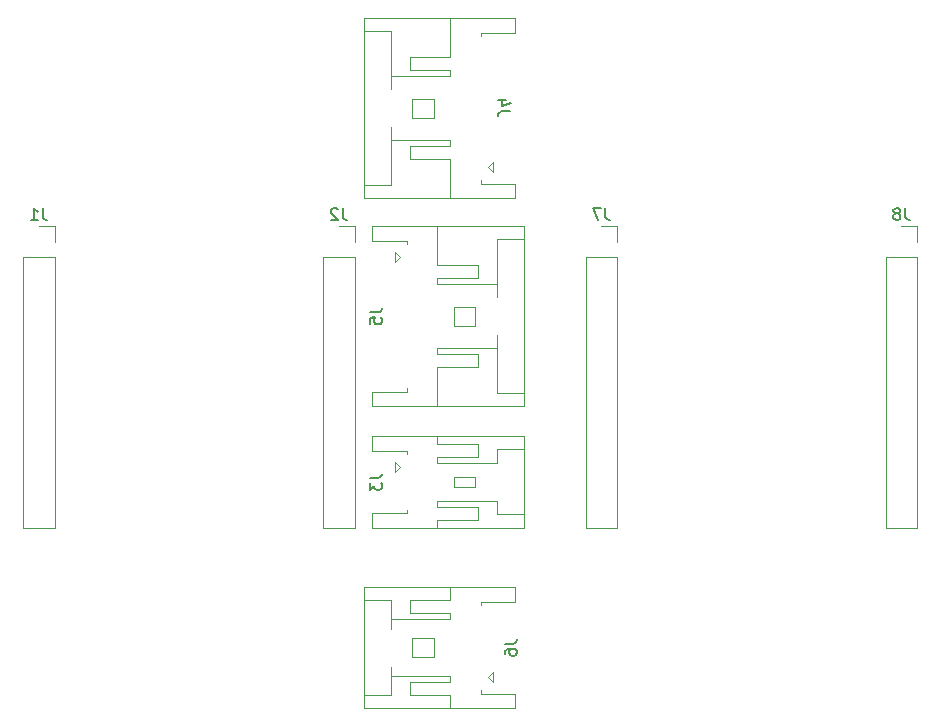
<source format=gbr>
G04 #@! TF.GenerationSoftware,KiCad,Pcbnew,(5.1.5)-3*
G04 #@! TF.CreationDate,2021-11-03T12:58:55+09:00*
G04 #@! TF.ProjectId,control_interface_boad_2021-2,636f6e74-726f-46c5-9f69-6e7465726661,rev?*
G04 #@! TF.SameCoordinates,Original*
G04 #@! TF.FileFunction,Legend,Bot*
G04 #@! TF.FilePolarity,Positive*
%FSLAX46Y46*%
G04 Gerber Fmt 4.6, Leading zero omitted, Abs format (unit mm)*
G04 Created by KiCad (PCBNEW (5.1.5)-3) date 2021-11-03 12:58:55*
%MOMM*%
%LPD*%
G04 APERTURE LIST*
%ADD10C,0.120000*%
%ADD11C,0.150000*%
G04 APERTURE END LIST*
D10*
X137855000Y-62170000D02*
X136525000Y-62170000D01*
X137855000Y-63500000D02*
X137855000Y-62170000D01*
X137855000Y-64770000D02*
X135195000Y-64770000D01*
X135195000Y-64770000D02*
X135195000Y-87690000D01*
X137855000Y-64770000D02*
X137855000Y-87690000D01*
X137855000Y-87690000D02*
X135195000Y-87690000D01*
X112455000Y-62170000D02*
X111125000Y-62170000D01*
X112455000Y-63500000D02*
X112455000Y-62170000D01*
X112455000Y-64770000D02*
X109795000Y-64770000D01*
X109795000Y-64770000D02*
X109795000Y-87690000D01*
X112455000Y-64770000D02*
X112455000Y-87690000D01*
X112455000Y-87690000D02*
X109795000Y-87690000D01*
X101930000Y-99930000D02*
X101530000Y-100330000D01*
X101930000Y-100730000D02*
X101930000Y-99930000D01*
X101530000Y-100330000D02*
X101930000Y-100730000D01*
X98330000Y-101830000D02*
X98330000Y-102940000D01*
X94920000Y-101830000D02*
X98330000Y-101830000D01*
X94920000Y-100730000D02*
X94920000Y-101830000D01*
X98330000Y-100730000D02*
X94920000Y-100730000D01*
X98330000Y-100230000D02*
X98330000Y-100730000D01*
X93320000Y-100230000D02*
X98330000Y-100230000D01*
X98330000Y-93830000D02*
X98330000Y-92720000D01*
X94920000Y-93830000D02*
X98330000Y-93830000D01*
X94920000Y-94930000D02*
X94920000Y-93830000D01*
X98330000Y-94930000D02*
X94920000Y-94930000D01*
X98330000Y-95430000D02*
X98330000Y-94930000D01*
X93320000Y-95430000D02*
X98330000Y-95430000D01*
X95130000Y-97030000D02*
X95130000Y-98630000D01*
X96930000Y-97030000D02*
X95130000Y-97030000D01*
X96930000Y-98630000D02*
X96930000Y-97030000D01*
X95130000Y-98630000D02*
X96930000Y-98630000D01*
X93320000Y-93830000D02*
X91020000Y-93830000D01*
X93320000Y-96230000D02*
X93320000Y-93830000D01*
X93320000Y-101830000D02*
X93320000Y-99430000D01*
X91020000Y-101830000D02*
X93320000Y-101830000D01*
X100940000Y-93940000D02*
X100940000Y-94220000D01*
X103840000Y-93940000D02*
X100940000Y-93940000D01*
X103840000Y-92720000D02*
X103840000Y-93940000D01*
X91020000Y-92720000D02*
X103840000Y-92720000D01*
X91020000Y-102940000D02*
X91020000Y-92720000D01*
X103840000Y-102940000D02*
X91020000Y-102940000D01*
X103840000Y-101720000D02*
X103840000Y-102940000D01*
X100940000Y-101720000D02*
X103840000Y-101720000D01*
X100940000Y-101440000D02*
X100940000Y-101720000D01*
X93650000Y-65170000D02*
X94050000Y-64770000D01*
X93650000Y-64370000D02*
X93650000Y-65170000D01*
X94050000Y-64770000D02*
X93650000Y-64370000D01*
X97250000Y-65470000D02*
X97250000Y-62160000D01*
X100660000Y-65470000D02*
X97250000Y-65470000D01*
X100660000Y-66570000D02*
X100660000Y-65470000D01*
X97250000Y-66570000D02*
X100660000Y-66570000D01*
X97250000Y-67070000D02*
X97250000Y-66570000D01*
X102260000Y-67070000D02*
X97250000Y-67070000D01*
X97250000Y-74070000D02*
X97250000Y-77380000D01*
X100660000Y-74070000D02*
X97250000Y-74070000D01*
X100660000Y-72970000D02*
X100660000Y-74070000D01*
X97250000Y-72970000D02*
X100660000Y-72970000D01*
X97250000Y-72470000D02*
X97250000Y-72970000D01*
X102260000Y-72470000D02*
X97250000Y-72470000D01*
X100450000Y-70570000D02*
X100450000Y-68970000D01*
X98650000Y-70570000D02*
X100450000Y-70570000D01*
X98650000Y-68970000D02*
X98650000Y-70570000D01*
X100450000Y-68970000D02*
X98650000Y-68970000D01*
X102260000Y-76270000D02*
X104560000Y-76270000D01*
X102260000Y-71370000D02*
X102260000Y-76270000D01*
X102260000Y-63270000D02*
X102260000Y-68170000D01*
X104560000Y-63270000D02*
X102260000Y-63270000D01*
X94640000Y-76160000D02*
X94640000Y-75880000D01*
X91740000Y-76160000D02*
X94640000Y-76160000D01*
X91740000Y-77380000D02*
X91740000Y-76160000D01*
X104560000Y-77380000D02*
X91740000Y-77380000D01*
X104560000Y-62160000D02*
X104560000Y-77380000D01*
X91740000Y-62160000D02*
X104560000Y-62160000D01*
X91740000Y-63380000D02*
X91740000Y-62160000D01*
X94640000Y-63380000D02*
X91740000Y-63380000D01*
X94640000Y-63660000D02*
X94640000Y-63380000D01*
X101930000Y-56750000D02*
X101530000Y-57150000D01*
X101930000Y-57550000D02*
X101930000Y-56750000D01*
X101530000Y-57150000D02*
X101930000Y-57550000D01*
X98330000Y-56450000D02*
X98330000Y-59760000D01*
X94920000Y-56450000D02*
X98330000Y-56450000D01*
X94920000Y-55350000D02*
X94920000Y-56450000D01*
X98330000Y-55350000D02*
X94920000Y-55350000D01*
X98330000Y-54850000D02*
X98330000Y-55350000D01*
X93320000Y-54850000D02*
X98330000Y-54850000D01*
X98330000Y-47850000D02*
X98330000Y-44540000D01*
X94920000Y-47850000D02*
X98330000Y-47850000D01*
X94920000Y-48950000D02*
X94920000Y-47850000D01*
X98330000Y-48950000D02*
X94920000Y-48950000D01*
X98330000Y-49450000D02*
X98330000Y-48950000D01*
X93320000Y-49450000D02*
X98330000Y-49450000D01*
X95130000Y-51350000D02*
X95130000Y-52950000D01*
X96930000Y-51350000D02*
X95130000Y-51350000D01*
X96930000Y-52950000D02*
X96930000Y-51350000D01*
X95130000Y-52950000D02*
X96930000Y-52950000D01*
X93320000Y-45650000D02*
X91020000Y-45650000D01*
X93320000Y-50550000D02*
X93320000Y-45650000D01*
X93320000Y-58650000D02*
X93320000Y-53750000D01*
X91020000Y-58650000D02*
X93320000Y-58650000D01*
X100940000Y-45760000D02*
X100940000Y-46040000D01*
X103840000Y-45760000D02*
X100940000Y-45760000D01*
X103840000Y-44540000D02*
X103840000Y-45760000D01*
X91020000Y-44540000D02*
X103840000Y-44540000D01*
X91020000Y-59760000D02*
X91020000Y-44540000D01*
X103840000Y-59760000D02*
X91020000Y-59760000D01*
X103840000Y-58540000D02*
X103840000Y-59760000D01*
X100940000Y-58540000D02*
X103840000Y-58540000D01*
X100940000Y-58260000D02*
X100940000Y-58540000D01*
X93650000Y-82950000D02*
X94050000Y-82550000D01*
X93650000Y-82150000D02*
X93650000Y-82950000D01*
X94050000Y-82550000D02*
X93650000Y-82150000D01*
X97250000Y-80600000D02*
X97250000Y-79940000D01*
X100660000Y-80600000D02*
X97250000Y-80600000D01*
X100660000Y-81700000D02*
X100660000Y-80600000D01*
X97250000Y-81700000D02*
X100660000Y-81700000D01*
X97250000Y-82200000D02*
X97250000Y-81700000D01*
X102260000Y-82200000D02*
X97250000Y-82200000D01*
X97250000Y-87000000D02*
X97250000Y-87660000D01*
X100660000Y-87000000D02*
X97250000Y-87000000D01*
X100660000Y-85900000D02*
X100660000Y-87000000D01*
X97250000Y-85900000D02*
X100660000Y-85900000D01*
X97250000Y-85400000D02*
X97250000Y-85900000D01*
X102260000Y-85400000D02*
X97250000Y-85400000D01*
X100450000Y-84200000D02*
X100450000Y-83400000D01*
X98650000Y-84200000D02*
X100450000Y-84200000D01*
X98650000Y-83400000D02*
X98650000Y-84200000D01*
X100450000Y-83400000D02*
X98650000Y-83400000D01*
X102260000Y-86550000D02*
X104560000Y-86550000D01*
X102260000Y-85400000D02*
X102260000Y-86550000D01*
X102260000Y-81050000D02*
X102260000Y-82200000D01*
X104560000Y-81050000D02*
X102260000Y-81050000D01*
X94640000Y-86440000D02*
X94640000Y-86160000D01*
X91740000Y-86440000D02*
X94640000Y-86440000D01*
X91740000Y-87660000D02*
X91740000Y-86440000D01*
X104560000Y-87660000D02*
X91740000Y-87660000D01*
X104560000Y-79940000D02*
X104560000Y-87660000D01*
X91740000Y-79940000D02*
X104560000Y-79940000D01*
X91740000Y-81160000D02*
X91740000Y-79940000D01*
X94640000Y-81160000D02*
X91740000Y-81160000D01*
X94640000Y-81440000D02*
X94640000Y-81160000D01*
X90230000Y-62170000D02*
X88900000Y-62170000D01*
X90230000Y-63500000D02*
X90230000Y-62170000D01*
X90230000Y-64770000D02*
X87570000Y-64770000D01*
X87570000Y-64770000D02*
X87570000Y-87690000D01*
X90230000Y-64770000D02*
X90230000Y-87690000D01*
X90230000Y-87690000D02*
X87570000Y-87690000D01*
X64830000Y-62170000D02*
X63500000Y-62170000D01*
X64830000Y-63500000D02*
X64830000Y-62170000D01*
X64830000Y-64770000D02*
X62170000Y-64770000D01*
X62170000Y-64770000D02*
X62170000Y-87690000D01*
X64830000Y-64770000D02*
X64830000Y-87690000D01*
X64830000Y-87690000D02*
X62170000Y-87690000D01*
D11*
X136858333Y-60622380D02*
X136858333Y-61336666D01*
X136905952Y-61479523D01*
X137001190Y-61574761D01*
X137144047Y-61622380D01*
X137239285Y-61622380D01*
X136239285Y-61050952D02*
X136334523Y-61003333D01*
X136382142Y-60955714D01*
X136429761Y-60860476D01*
X136429761Y-60812857D01*
X136382142Y-60717619D01*
X136334523Y-60670000D01*
X136239285Y-60622380D01*
X136048809Y-60622380D01*
X135953571Y-60670000D01*
X135905952Y-60717619D01*
X135858333Y-60812857D01*
X135858333Y-60860476D01*
X135905952Y-60955714D01*
X135953571Y-61003333D01*
X136048809Y-61050952D01*
X136239285Y-61050952D01*
X136334523Y-61098571D01*
X136382142Y-61146190D01*
X136429761Y-61241428D01*
X136429761Y-61431904D01*
X136382142Y-61527142D01*
X136334523Y-61574761D01*
X136239285Y-61622380D01*
X136048809Y-61622380D01*
X135953571Y-61574761D01*
X135905952Y-61527142D01*
X135858333Y-61431904D01*
X135858333Y-61241428D01*
X135905952Y-61146190D01*
X135953571Y-61098571D01*
X136048809Y-61050952D01*
X111458333Y-60622380D02*
X111458333Y-61336666D01*
X111505952Y-61479523D01*
X111601190Y-61574761D01*
X111744047Y-61622380D01*
X111839285Y-61622380D01*
X111077380Y-60622380D02*
X110410714Y-60622380D01*
X110839285Y-61622380D01*
X102957380Y-97496666D02*
X103671666Y-97496666D01*
X103814523Y-97449047D01*
X103909761Y-97353809D01*
X103957380Y-97210952D01*
X103957380Y-97115714D01*
X102957380Y-98401428D02*
X102957380Y-98210952D01*
X103005000Y-98115714D01*
X103052619Y-98068095D01*
X103195476Y-97972857D01*
X103385952Y-97925238D01*
X103766904Y-97925238D01*
X103862142Y-97972857D01*
X103909761Y-98020476D01*
X103957380Y-98115714D01*
X103957380Y-98306190D01*
X103909761Y-98401428D01*
X103862142Y-98449047D01*
X103766904Y-98496666D01*
X103528809Y-98496666D01*
X103433571Y-98449047D01*
X103385952Y-98401428D01*
X103338333Y-98306190D01*
X103338333Y-98115714D01*
X103385952Y-98020476D01*
X103433571Y-97972857D01*
X103528809Y-97925238D01*
X91527380Y-69436666D02*
X92241666Y-69436666D01*
X92384523Y-69389047D01*
X92479761Y-69293809D01*
X92527380Y-69150952D01*
X92527380Y-69055714D01*
X91527380Y-70389047D02*
X91527380Y-69912857D01*
X92003571Y-69865238D01*
X91955952Y-69912857D01*
X91908333Y-70008095D01*
X91908333Y-70246190D01*
X91955952Y-70341428D01*
X92003571Y-70389047D01*
X92098809Y-70436666D01*
X92336904Y-70436666D01*
X92432142Y-70389047D01*
X92479761Y-70341428D01*
X92527380Y-70246190D01*
X92527380Y-70008095D01*
X92479761Y-69912857D01*
X92432142Y-69865238D01*
X103417619Y-52403333D02*
X102703333Y-52403333D01*
X102560476Y-52450952D01*
X102465238Y-52546190D01*
X102417619Y-52689047D01*
X102417619Y-52784285D01*
X103084285Y-51498571D02*
X102417619Y-51498571D01*
X103465238Y-51736666D02*
X102750952Y-51974761D01*
X102750952Y-51355714D01*
X91527380Y-83466666D02*
X92241666Y-83466666D01*
X92384523Y-83419047D01*
X92479761Y-83323809D01*
X92527380Y-83180952D01*
X92527380Y-83085714D01*
X91527380Y-83847619D02*
X91527380Y-84466666D01*
X91908333Y-84133333D01*
X91908333Y-84276190D01*
X91955952Y-84371428D01*
X92003571Y-84419047D01*
X92098809Y-84466666D01*
X92336904Y-84466666D01*
X92432142Y-84419047D01*
X92479761Y-84371428D01*
X92527380Y-84276190D01*
X92527380Y-83990476D01*
X92479761Y-83895238D01*
X92432142Y-83847619D01*
X89233333Y-60622380D02*
X89233333Y-61336666D01*
X89280952Y-61479523D01*
X89376190Y-61574761D01*
X89519047Y-61622380D01*
X89614285Y-61622380D01*
X88804761Y-60717619D02*
X88757142Y-60670000D01*
X88661904Y-60622380D01*
X88423809Y-60622380D01*
X88328571Y-60670000D01*
X88280952Y-60717619D01*
X88233333Y-60812857D01*
X88233333Y-60908095D01*
X88280952Y-61050952D01*
X88852380Y-61622380D01*
X88233333Y-61622380D01*
X63833333Y-60622380D02*
X63833333Y-61336666D01*
X63880952Y-61479523D01*
X63976190Y-61574761D01*
X64119047Y-61622380D01*
X64214285Y-61622380D01*
X62833333Y-61622380D02*
X63404761Y-61622380D01*
X63119047Y-61622380D02*
X63119047Y-60622380D01*
X63214285Y-60765238D01*
X63309523Y-60860476D01*
X63404761Y-60908095D01*
M02*

</source>
